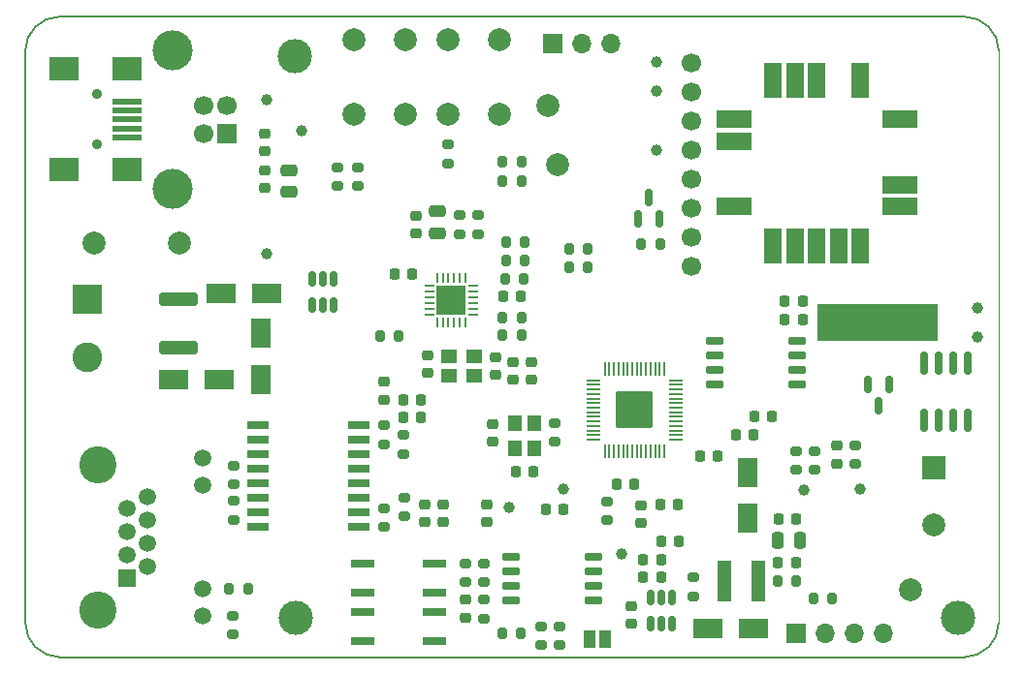
<source format=gts>
%TF.GenerationSoftware,KiCad,Pcbnew,(6.0.4)*%
%TF.CreationDate,2022-04-11T14:57:37+02:00*%
%TF.ProjectId,PSE_RP2040,5053455f-5250-4323-9034-302e6b696361,rev?*%
%TF.SameCoordinates,Original*%
%TF.FileFunction,Soldermask,Top*%
%TF.FilePolarity,Negative*%
%FSLAX46Y46*%
G04 Gerber Fmt 4.6, Leading zero omitted, Abs format (unit mm)*
G04 Created by KiCad (PCBNEW (6.0.4)) date 2022-04-11 14:57:37*
%MOMM*%
%LPD*%
G01*
G04 APERTURE LIST*
G04 Aperture macros list*
%AMRoundRect*
0 Rectangle with rounded corners*
0 $1 Rounding radius*
0 $2 $3 $4 $5 $6 $7 $8 $9 X,Y pos of 4 corners*
0 Add a 4 corners polygon primitive as box body*
4,1,4,$2,$3,$4,$5,$6,$7,$8,$9,$2,$3,0*
0 Add four circle primitives for the rounded corners*
1,1,$1+$1,$2,$3*
1,1,$1+$1,$4,$5*
1,1,$1+$1,$6,$7*
1,1,$1+$1,$8,$9*
0 Add four rect primitives between the rounded corners*
20,1,$1+$1,$2,$3,$4,$5,0*
20,1,$1+$1,$4,$5,$6,$7,0*
20,1,$1+$1,$6,$7,$8,$9,0*
20,1,$1+$1,$8,$9,$2,$3,0*%
G04 Aperture macros list end*
%TA.AperFunction,Profile*%
%ADD10C,0.150000*%
%TD*%
%TA.AperFunction,Profile*%
%ADD11C,0.100000*%
%TD*%
%ADD12RoundRect,0.225000X0.225000X0.250000X-0.225000X0.250000X-0.225000X-0.250000X0.225000X-0.250000X0*%
%ADD13RoundRect,0.200000X0.275000X-0.200000X0.275000X0.200000X-0.275000X0.200000X-0.275000X-0.200000X0*%
%ADD14RoundRect,0.200000X-0.200000X-0.275000X0.200000X-0.275000X0.200000X0.275000X-0.200000X0.275000X0*%
%ADD15RoundRect,0.150000X-0.650000X-0.150000X0.650000X-0.150000X0.650000X0.150000X-0.650000X0.150000X0*%
%ADD16R,2.500000X1.800000*%
%ADD17R,2.000000X0.640000*%
%ADD18C,1.000000*%
%ADD19C,2.000000*%
%ADD20RoundRect,0.150000X0.150000X-0.512500X0.150000X0.512500X-0.150000X0.512500X-0.150000X-0.512500X0*%
%ADD21RoundRect,0.225000X-0.250000X0.225000X-0.250000X-0.225000X0.250000X-0.225000X0.250000X0.225000X0*%
%ADD22RoundRect,0.218750X-0.256250X0.218750X-0.256250X-0.218750X0.256250X-0.218750X0.256250X0.218750X0*%
%ADD23R,2.000000X2.000000*%
%ADD24RoundRect,0.225000X-0.225000X-0.250000X0.225000X-0.250000X0.225000X0.250000X-0.225000X0.250000X0*%
%ADD25RoundRect,0.200000X-0.275000X0.200000X-0.275000X-0.200000X0.275000X-0.200000X0.275000X0.200000X0*%
%ADD26R,1.800000X2.500000*%
%ADD27R,2.600000X2.600000*%
%ADD28C,2.600000*%
%ADD29R,1.000000X1.500000*%
%ADD30RoundRect,0.250000X-0.250000X-0.475000X0.250000X-0.475000X0.250000X0.475000X-0.250000X0.475000X0*%
%ADD31RoundRect,0.250000X-0.475000X0.250000X-0.475000X-0.250000X0.475000X-0.250000X0.475000X0.250000X0*%
%ADD32RoundRect,0.218750X0.218750X0.256250X-0.218750X0.256250X-0.218750X-0.256250X0.218750X-0.256250X0*%
%ADD33RoundRect,0.150000X-0.150000X0.587500X-0.150000X-0.587500X0.150000X-0.587500X0.150000X0.587500X0*%
%ADD34RoundRect,0.200000X0.200000X0.275000X-0.200000X0.275000X-0.200000X-0.275000X0.200000X-0.275000X0*%
%ADD35RoundRect,0.225000X0.250000X-0.225000X0.250000X0.225000X-0.250000X0.225000X-0.250000X-0.225000X0*%
%ADD36R,1.150000X3.600000*%
%ADD37R,1.200000X1.400000*%
%ADD38C,1.700000*%
%ADD39RoundRect,0.062500X0.062500X-0.375000X0.062500X0.375000X-0.062500X0.375000X-0.062500X-0.375000X0*%
%ADD40RoundRect,0.062500X0.375000X-0.062500X0.375000X0.062500X-0.375000X0.062500X-0.375000X-0.062500X0*%
%ADD41R,2.500000X2.500000*%
%ADD42R,1.500000X3.100000*%
%ADD43R,3.100000X1.500000*%
%ADD44C,3.000000*%
%ADD45C,3.250000*%
%ADD46R,1.500000X1.500000*%
%ADD47C,1.500000*%
%ADD48R,1.700000X1.700000*%
%ADD49C,3.500000*%
%ADD50RoundRect,0.218750X0.256250X-0.218750X0.256250X0.218750X-0.256250X0.218750X-0.256250X-0.218750X0*%
%ADD51R,10.500000X3.200000*%
%ADD52R,1.910000X0.640000*%
%ADD53RoundRect,0.250000X0.475000X-0.250000X0.475000X0.250000X-0.475000X0.250000X-0.475000X-0.250000X0*%
%ADD54O,1.700000X1.700000*%
%ADD55RoundRect,0.150000X0.150000X-0.587500X0.150000X0.587500X-0.150000X0.587500X-0.150000X-0.587500X0*%
%ADD56RoundRect,0.052500X-0.052500X0.522500X-0.052500X-0.522500X0.052500X-0.522500X0.052500X0.522500X0*%
%ADD57RoundRect,0.050000X-0.525000X0.050000X-0.525000X-0.050000X0.525000X-0.050000X0.525000X0.050000X0*%
%ADD58RoundRect,0.050000X-0.050000X0.525000X-0.050000X-0.525000X0.050000X-0.525000X0.050000X0.525000X0*%
%ADD59RoundRect,0.144000X-1.456000X1.456000X-1.456000X-1.456000X1.456000X-1.456000X1.456000X1.456000X0*%
%ADD60R,1.400000X1.200000*%
%ADD61RoundRect,0.150000X-0.150000X0.825000X-0.150000X-0.825000X0.150000X-0.825000X0.150000X0.825000X0*%
%ADD62RoundRect,0.250000X-1.450000X0.312500X-1.450000X-0.312500X1.450000X-0.312500X1.450000X0.312500X0*%
%ADD63C,0.900000*%
%ADD64R,2.500000X0.500000*%
%ADD65R,2.500000X2.000000*%
G04 APERTURE END LIST*
D10*
X182000000Y-158000000D02*
X103000000Y-158000000D01*
D11*
X185000000Y-105000000D02*
X185000000Y-155000000D01*
D10*
X100000000Y-155000000D02*
X100000000Y-105000000D01*
X100000000Y-155000000D02*
G75*
G03*
X103000000Y-158000000I3000000J0D01*
G01*
X182000000Y-158000000D02*
G75*
G03*
X185000000Y-155000000I0J3000000D01*
G01*
X103000000Y-102000000D02*
G75*
G03*
X100000000Y-105000000I0J-3000000D01*
G01*
X185000000Y-105000000D02*
G75*
G03*
X182000000Y-102000000I-3000000J0D01*
G01*
X103000000Y-102000000D02*
X182000000Y-102000000D01*
D12*
%TO.C,C5*%
X144375000Y-141775000D03*
X142825000Y-141775000D03*
%TD*%
D13*
%TO.C,R19*%
X137900000Y-121000000D03*
X137900000Y-119350000D03*
%TD*%
D14*
%TO.C,R17*%
X141975000Y-123300000D03*
X143625000Y-123300000D03*
%TD*%
D15*
%TO.C,U7*%
X142451600Y-149195200D03*
X142451600Y-150465200D03*
X142451600Y-151735200D03*
X142451600Y-153005200D03*
X149651600Y-153005200D03*
X149651600Y-151735200D03*
X149651600Y-150465200D03*
X149651600Y-149195200D03*
%TD*%
D16*
%TO.C,D7*%
X116960400Y-133705600D03*
X112960400Y-133705600D03*
%TD*%
D13*
%TO.C,R37*%
X136900000Y-114825000D03*
X136900000Y-113175000D03*
%TD*%
%TO.C,R23*%
X131343400Y-146634200D03*
X131343400Y-144984200D03*
%TD*%
D17*
%TO.C,D2*%
X135738000Y-156641800D03*
X135738000Y-154101800D03*
X129438000Y-154101800D03*
X129438000Y-156641800D03*
%TD*%
D18*
%TO.C,TP6*%
X142275000Y-144900000D03*
%TD*%
D19*
%TO.C,TP2*%
X113500000Y-121800000D03*
%TD*%
D18*
%TO.C,TP7*%
X124100000Y-111950000D03*
%TD*%
D20*
%TO.C,U4*%
X125050000Y-127237500D03*
X126000000Y-127237500D03*
X126950000Y-127237500D03*
X126950000Y-124962500D03*
X126000000Y-124962500D03*
X125050000Y-124962500D03*
%TD*%
D19*
%TO.C,SW1*%
X128687000Y-104065000D03*
X128687000Y-110565000D03*
X133187000Y-104065000D03*
X133187000Y-110565000D03*
%TD*%
D14*
%TO.C,R34*%
X165685000Y-151358600D03*
X167335000Y-151358600D03*
%TD*%
D21*
%TO.C,C20*%
X141025000Y-131800000D03*
X141025000Y-133350000D03*
%TD*%
D22*
%TO.C,L2*%
X131290000Y-133932500D03*
X131290000Y-135507500D03*
%TD*%
D21*
%TO.C,C3*%
X120929400Y-115430000D03*
X120929400Y-116980000D03*
%TD*%
D14*
%TO.C,R27*%
X153775000Y-121850000D03*
X155425000Y-121850000D03*
%TD*%
D23*
%TO.C,C1*%
X179324000Y-141478000D03*
D19*
X179324000Y-146478000D03*
%TD*%
D24*
%TO.C,C26*%
X133015000Y-135500000D03*
X134565000Y-135500000D03*
%TD*%
D14*
%TO.C,R18*%
X141975000Y-121700000D03*
X143625000Y-121700000D03*
%TD*%
D25*
%TO.C,R32*%
X140030200Y-149822400D03*
X140030200Y-151472400D03*
%TD*%
%TO.C,R7*%
X118200000Y-141275000D03*
X118200000Y-142925000D03*
%TD*%
D19*
%TO.C,FID1*%
X106000000Y-121800000D03*
%TD*%
D18*
%TO.C,TP12*%
X168000000Y-143400000D03*
%TD*%
D25*
%TO.C,R26*%
X131292600Y-137745200D03*
X131292600Y-139395200D03*
%TD*%
%TO.C,R16*%
X139500000Y-119350000D03*
X139500000Y-121000000D03*
%TD*%
D26*
%TO.C,D6*%
X163100000Y-145860000D03*
X163100000Y-141860000D03*
%TD*%
D13*
%TO.C,R39*%
X158318200Y-152666200D03*
X158318200Y-151016200D03*
%TD*%
D27*
%TO.C,J5*%
X105445000Y-126705000D03*
D28*
X105445000Y-131785000D03*
%TD*%
D24*
%TO.C,C11*%
X163625000Y-137000000D03*
X165175000Y-137000000D03*
%TD*%
D14*
%TO.C,R21*%
X117805000Y-152060000D03*
X119455000Y-152060000D03*
%TD*%
D13*
%TO.C,R5*%
X167300000Y-141625000D03*
X167300000Y-139975000D03*
%TD*%
D29*
%TO.C,JP1*%
X149286200Y-156438600D03*
X150586200Y-156438600D03*
%TD*%
D18*
%TO.C,TP5*%
X152100000Y-148975000D03*
%TD*%
D30*
%TO.C,C35*%
X165737800Y-147777200D03*
X167637800Y-147777200D03*
%TD*%
D16*
%TO.C,D5*%
X163620200Y-155524200D03*
X159620200Y-155524200D03*
%TD*%
D31*
%TO.C,C4*%
X123037600Y-115432800D03*
X123037600Y-117332800D03*
%TD*%
D12*
%TO.C,C29*%
X153961800Y-151028400D03*
X155511800Y-151028400D03*
%TD*%
D14*
%TO.C,R28*%
X141675000Y-116400000D03*
X143325000Y-116400000D03*
%TD*%
D32*
%TO.C,D4*%
X153187500Y-142900000D03*
X151612500Y-142900000D03*
%TD*%
D33*
%TO.C,D1*%
X175450000Y-134137500D03*
X173550000Y-134137500D03*
X174500000Y-136012500D03*
%TD*%
D19*
%TO.C,SW2*%
X136887000Y-104065000D03*
X136887000Y-110565000D03*
X141387000Y-110565000D03*
X141387000Y-104065000D03*
%TD*%
D24*
%TO.C,C7*%
X155425000Y-144700000D03*
X156975000Y-144700000D03*
%TD*%
D34*
%TO.C,R11*%
X143325000Y-114700000D03*
X141675000Y-114700000D03*
%TD*%
D35*
%TO.C,C21*%
X135100000Y-133175000D03*
X135100000Y-131625000D03*
%TD*%
%TO.C,C32*%
X152882600Y-155080600D03*
X152882600Y-153530600D03*
%TD*%
D26*
%TO.C,D8*%
X120573800Y-129699000D03*
X120573800Y-133699000D03*
%TD*%
D36*
%TO.C,L3*%
X161021800Y-151358600D03*
X163971800Y-151358600D03*
%TD*%
D18*
%TO.C,TP11*%
X155100000Y-113700000D03*
%TD*%
D14*
%TO.C,R35*%
X168809200Y-152882600D03*
X170459200Y-152882600D03*
%TD*%
D13*
%TO.C,R31*%
X145029600Y-156975400D03*
X145029600Y-155325400D03*
%TD*%
D24*
%TO.C,C33*%
X165735000Y-149758400D03*
X167285000Y-149758400D03*
%TD*%
D25*
%TO.C,R24*%
X133070600Y-144069800D03*
X133070600Y-145719800D03*
%TD*%
D13*
%TO.C,R29*%
X146630600Y-156971000D03*
X146630600Y-155321000D03*
%TD*%
D35*
%TO.C,C6*%
X140300000Y-146175000D03*
X140300000Y-144625000D03*
%TD*%
D37*
%TO.C,Y2*%
X142750000Y-137575000D03*
X142750000Y-139775000D03*
X144450000Y-139775000D03*
X144450000Y-137575000D03*
%TD*%
D38*
%TO.C,U6*%
X158140000Y-106020000D03*
X158140000Y-108560000D03*
X158140000Y-111100000D03*
X158140000Y-113640000D03*
X158140000Y-116180000D03*
X158140000Y-118720000D03*
X158140000Y-121260000D03*
X158140000Y-123800000D03*
%TD*%
D24*
%TO.C,C12*%
X158925000Y-140400000D03*
X160475000Y-140400000D03*
%TD*%
D12*
%TO.C,C30*%
X155511800Y-149453600D03*
X153961800Y-149453600D03*
%TD*%
D24*
%TO.C,C25*%
X133025000Y-137080000D03*
X134575000Y-137080000D03*
%TD*%
D21*
%TO.C,C14*%
X153800000Y-144725000D03*
X153800000Y-146275000D03*
%TD*%
D34*
%TO.C,R8*%
X143325000Y-129850000D03*
X141675000Y-129850000D03*
%TD*%
D39*
%TO.C,IC1*%
X135950000Y-128737500D03*
X136450000Y-128737500D03*
X136950000Y-128737500D03*
X137450000Y-128737500D03*
X137950000Y-128737500D03*
X138450000Y-128737500D03*
D40*
X139137500Y-128050000D03*
X139137500Y-127550000D03*
X139137500Y-127050000D03*
X139137500Y-126550000D03*
X139137500Y-126050000D03*
X139137500Y-125550000D03*
D39*
X138450000Y-124862500D03*
X137950000Y-124862500D03*
X137450000Y-124862500D03*
X136950000Y-124862500D03*
X136450000Y-124862500D03*
X135950000Y-124862500D03*
D40*
X135262500Y-125550000D03*
X135262500Y-126050000D03*
X135262500Y-126550000D03*
X135262500Y-127050000D03*
X135262500Y-127550000D03*
X135262500Y-128050000D03*
D41*
X137200000Y-126800000D03*
%TD*%
D42*
%TO.C,IC2*%
X165300000Y-122050000D03*
X167200000Y-122050000D03*
X169100000Y-122050000D03*
X171000000Y-122050000D03*
X172900000Y-122050000D03*
D43*
X176350000Y-118600000D03*
X176350000Y-116700000D03*
X176350000Y-111000000D03*
D42*
X172900000Y-107550000D03*
X169100000Y-107550000D03*
X167200000Y-107550000D03*
X165300000Y-107550000D03*
D43*
X161850000Y-111000000D03*
X161850000Y-112900000D03*
X161850000Y-118600000D03*
%TD*%
D44*
%TO.C,H2*%
X123500000Y-105500000D03*
%TD*%
D18*
%TO.C,TP10*%
X155100000Y-108500000D03*
%TD*%
D24*
%TO.C,C18*%
X166325000Y-126875000D03*
X167875000Y-126875000D03*
%TD*%
D18*
%TO.C,TP4*%
X147000000Y-143300000D03*
%TD*%
D24*
%TO.C,C34*%
X165745000Y-145900000D03*
X167295000Y-145900000D03*
%TD*%
D13*
%TO.C,R3*%
X150800000Y-146025000D03*
X150800000Y-144375000D03*
%TD*%
D16*
%TO.C,D9*%
X117100600Y-126238000D03*
X121100600Y-126238000D03*
%TD*%
D45*
%TO.C,J3*%
X106335000Y-141150000D03*
X106335000Y-153850000D03*
D46*
X108875000Y-151060000D03*
D47*
X110655000Y-150044000D03*
X108875000Y-149028000D03*
X110655000Y-148012000D03*
X108875000Y-146996000D03*
X110655000Y-145980000D03*
X108875000Y-144964000D03*
X110655000Y-143948000D03*
X115475000Y-154360000D03*
X115475000Y-152070000D03*
X115475000Y-142930000D03*
X115475000Y-140640000D03*
%TD*%
D14*
%TO.C,R14*%
X147480000Y-122300000D03*
X149130000Y-122300000D03*
%TD*%
D12*
%TO.C,C22*%
X133775000Y-124500000D03*
X132225000Y-124500000D03*
%TD*%
D48*
%TO.C,J1*%
X117577500Y-112250000D03*
D38*
X117577500Y-109750000D03*
X115577500Y-109750000D03*
X115577500Y-112250000D03*
D49*
X112867500Y-104980000D03*
X112867500Y-117020000D03*
%TD*%
D18*
%TO.C,TP13*%
X172880000Y-143300000D03*
%TD*%
D50*
%TO.C,L1*%
X120929400Y-113792100D03*
X120929400Y-112217100D03*
%TD*%
D14*
%TO.C,R15*%
X147475000Y-123900000D03*
X149125000Y-123900000D03*
%TD*%
D24*
%TO.C,C15*%
X166325000Y-128475000D03*
X167875000Y-128475000D03*
%TD*%
D13*
%TO.C,R2*%
X172500000Y-141125000D03*
X172500000Y-139475000D03*
%TD*%
D18*
%TO.C,TP9*%
X155100000Y-106000000D03*
%TD*%
D13*
%TO.C,R33*%
X138430000Y-151472400D03*
X138430000Y-149822400D03*
%TD*%
D34*
%TO.C,R9*%
X143325000Y-128300000D03*
X141675000Y-128300000D03*
%TD*%
D18*
%TO.C,Y1*%
X183150000Y-127500000D03*
X183150000Y-130040000D03*
D51*
X174400000Y-128770000D03*
%TD*%
D24*
%TO.C,C10*%
X162025000Y-138550000D03*
X163575000Y-138550000D03*
%TD*%
D52*
%TO.C,T1*%
X120354400Y-146622000D03*
X120354400Y-145352000D03*
X120354400Y-144082000D03*
X120354400Y-142812000D03*
X120354400Y-141542000D03*
X120354400Y-140272000D03*
X120354400Y-139002000D03*
X120354400Y-137732000D03*
X129124400Y-137732000D03*
X129124400Y-139002000D03*
X129124400Y-140272000D03*
X129124400Y-141542000D03*
X129124400Y-142812000D03*
X129124400Y-144082000D03*
X129124400Y-145352000D03*
X129124400Y-146622000D03*
%TD*%
D35*
%TO.C,C28*%
X138430000Y-154534200D03*
X138430000Y-152984200D03*
%TD*%
D53*
%TO.C,C24*%
X136000000Y-120925000D03*
X136000000Y-119025000D03*
%TD*%
D14*
%TO.C,R30*%
X141618200Y-155956000D03*
X143268200Y-155956000D03*
%TD*%
D21*
%TO.C,C2*%
X140800000Y-137600000D03*
X140800000Y-139150000D03*
%TD*%
D25*
%TO.C,R13*%
X129000000Y-115175000D03*
X129000000Y-116825000D03*
%TD*%
D21*
%TO.C,C19*%
X142625000Y-132225000D03*
X142625000Y-133775000D03*
%TD*%
D24*
%TO.C,C31*%
X155511200Y-147878800D03*
X157061200Y-147878800D03*
%TD*%
D48*
%TO.C,J6*%
X167319800Y-155956000D03*
D54*
X169859800Y-155956000D03*
X172399800Y-155956000D03*
X174939800Y-155956000D03*
%TD*%
D44*
%TO.C,H1*%
X181483000Y-154559000D03*
%TD*%
D18*
%TO.C,TP8*%
X121075000Y-109250000D03*
%TD*%
D25*
%TO.C,R38*%
X140030200Y-152997400D03*
X140030200Y-154647400D03*
%TD*%
D55*
%TO.C,Q2*%
X153500000Y-119687500D03*
X155400000Y-119687500D03*
X154450000Y-117812500D03*
%TD*%
D56*
%TO.C,U1*%
X155800000Y-132825000D03*
X155400000Y-132825000D03*
X155000000Y-132825000D03*
X154600000Y-132825000D03*
X154200000Y-132825000D03*
X153800000Y-132825000D03*
X153400000Y-132825000D03*
X153000000Y-132825000D03*
X152600000Y-132825000D03*
X152200000Y-132825000D03*
X151800000Y-132825000D03*
X151400000Y-132825000D03*
X151000000Y-132825000D03*
X150600000Y-132825000D03*
D57*
X149625000Y-133800000D03*
X149625000Y-134200000D03*
X149625000Y-134600000D03*
X149625000Y-135000000D03*
X149625000Y-135400000D03*
X149625000Y-135800000D03*
X149625000Y-136200000D03*
X149625000Y-136600000D03*
X149625000Y-137000000D03*
X149625000Y-137400000D03*
X149625000Y-137800000D03*
X149625000Y-138200000D03*
X149625000Y-138600000D03*
X149625000Y-139000000D03*
D58*
X150600000Y-139975000D03*
X151000000Y-139975000D03*
X151400000Y-139975000D03*
X151800000Y-139975000D03*
X152200000Y-139975000D03*
X152600000Y-139975000D03*
X153000000Y-139975000D03*
X153400000Y-139975000D03*
X153800000Y-139975000D03*
X154200000Y-139975000D03*
X154600000Y-139975000D03*
X155000000Y-139975000D03*
X155400000Y-139975000D03*
X155800000Y-139975000D03*
D57*
X156775000Y-139000000D03*
X156775000Y-138600000D03*
X156775000Y-138200000D03*
X156775000Y-137800000D03*
X156775000Y-137400000D03*
X156775000Y-137000000D03*
X156775000Y-136600000D03*
X156775000Y-136200000D03*
X156775000Y-135800000D03*
X156775000Y-135400000D03*
X156775000Y-135000000D03*
X156775000Y-134600000D03*
X156775000Y-134200000D03*
X156775000Y-133800000D03*
D59*
X153200000Y-136400000D03*
%TD*%
D13*
%TO.C,R25*%
X133019800Y-140258800D03*
X133019800Y-138608800D03*
%TD*%
D19*
%TO.C,FID2*%
X145650000Y-109800000D03*
%TD*%
D25*
%TO.C,R20*%
X118200000Y-144365000D03*
X118200000Y-146015000D03*
%TD*%
%TO.C,R1*%
X146200000Y-137550000D03*
X146200000Y-139200000D03*
%TD*%
D19*
%TO.C,FID3*%
X177300000Y-152100000D03*
%TD*%
D44*
%TO.C,H3*%
X123600000Y-154600000D03*
%TD*%
D13*
%TO.C,R6*%
X118110000Y-156019000D03*
X118110000Y-154369000D03*
%TD*%
D21*
%TO.C,C27*%
X134875000Y-144625000D03*
X134875000Y-146175000D03*
%TD*%
D60*
%TO.C,Y3*%
X139200000Y-131700000D03*
X137000000Y-131700000D03*
X137000000Y-133400000D03*
X139200000Y-133400000D03*
%TD*%
D25*
%TO.C,R12*%
X127300000Y-115175000D03*
X127300000Y-116825000D03*
%TD*%
D14*
%TO.C,R10*%
X141875000Y-124900000D03*
X143525000Y-124900000D03*
%TD*%
D35*
%TO.C,C23*%
X134100000Y-120950000D03*
X134100000Y-119400000D03*
%TD*%
D21*
%TO.C,C13*%
X170900000Y-139525000D03*
X170900000Y-141075000D03*
%TD*%
D48*
%TO.C,J4*%
X146075000Y-104400000D03*
D54*
X148615000Y-104400000D03*
X151155000Y-104400000D03*
%TD*%
D61*
%TO.C,U2*%
X182305000Y-132325000D03*
X181035000Y-132325000D03*
X179765000Y-132325000D03*
X178495000Y-132325000D03*
X178495000Y-137275000D03*
X179765000Y-137275000D03*
X181035000Y-137275000D03*
X182305000Y-137275000D03*
%TD*%
D24*
%TO.C,C16*%
X141725000Y-126500000D03*
X143275000Y-126500000D03*
%TD*%
D15*
%TO.C,U5*%
X160200000Y-130370000D03*
X160200000Y-131640000D03*
X160200000Y-132910000D03*
X160200000Y-134180000D03*
X167400000Y-134180000D03*
X167400000Y-132910000D03*
X167400000Y-131640000D03*
X167400000Y-130370000D03*
%TD*%
D21*
%TO.C,C17*%
X144225000Y-132225000D03*
X144225000Y-133775000D03*
%TD*%
D20*
%TO.C,U8*%
X154574200Y-155075100D03*
X155524200Y-155075100D03*
X156474200Y-155075100D03*
X156474200Y-152800100D03*
X155524200Y-152800100D03*
X154574200Y-152800100D03*
%TD*%
D62*
%TO.C,F1*%
X113411000Y-126691300D03*
X113411000Y-130966300D03*
%TD*%
D12*
%TO.C,C9*%
X146975000Y-145100000D03*
X145425000Y-145100000D03*
%TD*%
D17*
%TO.C,D3*%
X135738000Y-152349200D03*
X135738000Y-149809200D03*
X129438000Y-149809200D03*
X129438000Y-152349200D03*
%TD*%
D21*
%TO.C,C8*%
X136500000Y-144625000D03*
X136500000Y-146175000D03*
%TD*%
D13*
%TO.C,R4*%
X168900000Y-141625000D03*
X168900000Y-139975000D03*
%TD*%
D18*
%TO.C,TP3*%
X121100000Y-122700000D03*
%TD*%
D19*
%TO.C,TP1*%
X146500000Y-114925000D03*
%TD*%
D34*
%TO.C,R22*%
X132600000Y-129950000D03*
X130950000Y-129950000D03*
%TD*%
D63*
%TO.C,J2*%
X106275000Y-108800000D03*
X106275000Y-113200000D03*
D64*
X108875000Y-109400000D03*
X108875000Y-110200000D03*
X108875000Y-111000000D03*
X108875000Y-111800000D03*
X108875000Y-112600000D03*
D65*
X108875000Y-115400000D03*
X108875000Y-106600000D03*
X103375000Y-115400000D03*
X103375000Y-106600000D03*
%TD*%
M02*

</source>
